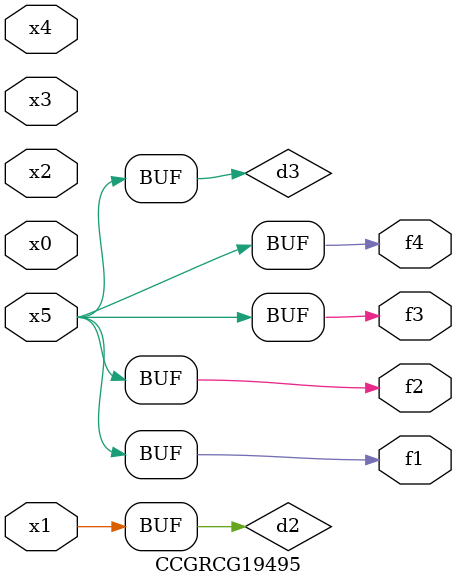
<source format=v>
module CCGRCG19495(
	input x0, x1, x2, x3, x4, x5,
	output f1, f2, f3, f4
);

	wire d1, d2, d3;

	not (d1, x5);
	or (d2, x1);
	xnor (d3, d1);
	assign f1 = d3;
	assign f2 = d3;
	assign f3 = d3;
	assign f4 = d3;
endmodule

</source>
